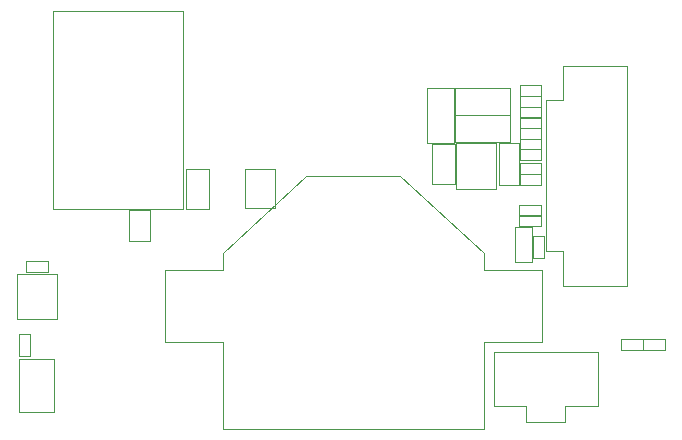
<source format=gbr>
%TF.GenerationSoftware,KiCad,Pcbnew,8.99.0-unknown-7a4b3602b9~181~ubuntu24.04.1*%
%TF.CreationDate,2024-12-15T13:41:47-05:00*%
%TF.ProjectId,nRF54L_ePaper,6e524635-344c-45f6-9550-617065722e6b,rev?*%
%TF.SameCoordinates,Original*%
%TF.FileFunction,Other,User*%
%FSLAX46Y46*%
G04 Gerber Fmt 4.6, Leading zero omitted, Abs format (unit mm)*
G04 Created by KiCad (PCBNEW 8.99.0-unknown-7a4b3602b9~181~ubuntu24.04.1) date 2024-12-15 13:41:47*
%MOMM*%
%LPD*%
G01*
G04 APERTURE LIST*
%ADD10C,0.050000*%
G04 APERTURE END LIST*
D10*
%TO.C,R7*%
X101270000Y-60230000D02*
X103130000Y-60230000D01*
X101270000Y-61170000D02*
X101270000Y-60230000D01*
X103130000Y-60230000D02*
X103130000Y-61170000D01*
X103130000Y-61170000D02*
X101270000Y-61170000D01*
%TO.C,R9*%
X151660000Y-66830000D02*
X153520000Y-66830000D01*
X151660000Y-67770000D02*
X151660000Y-66830000D01*
X153520000Y-66830000D02*
X153520000Y-67770000D01*
X153520000Y-67770000D02*
X151660000Y-67770000D01*
%TO.C,R8*%
X100730000Y-66370000D02*
X101670000Y-66370000D01*
X100730000Y-68230000D02*
X100730000Y-66370000D01*
X101670000Y-66370000D02*
X101670000Y-68230000D01*
X101670000Y-68230000D02*
X100730000Y-68230000D01*
%TO.C,C23*%
X143065000Y-55465000D02*
X144885000Y-55465000D01*
X143065000Y-56385000D02*
X143065000Y-55465000D01*
X144885000Y-55465000D02*
X144885000Y-56385000D01*
X144885000Y-56385000D02*
X143065000Y-56385000D01*
%TO.C,D1*%
X135225000Y-45525000D02*
X137525000Y-45525000D01*
X135225000Y-50225000D02*
X135225000Y-45525000D01*
X135225000Y-50225000D02*
X137525000Y-50225000D01*
X137525000Y-45525000D02*
X137525000Y-50225000D01*
%TO.C,J2*%
X145300000Y-46600000D02*
X145300000Y-59400000D01*
X145300000Y-59400000D02*
X146800000Y-59400000D01*
X146800000Y-43700000D02*
X146800000Y-46600000D01*
X146800000Y-46600000D02*
X145300000Y-46600000D01*
X146800000Y-59400000D02*
X146800000Y-62300000D01*
X146800000Y-62300000D02*
X152200000Y-62300000D01*
X152200000Y-43700000D02*
X146800000Y-43700000D01*
X152200000Y-62300000D02*
X152200000Y-43700000D01*
%TO.C,C14*%
X143090000Y-46240000D02*
X144910000Y-46240000D01*
X143090000Y-47160000D02*
X143090000Y-46240000D01*
X144910000Y-46240000D02*
X144910000Y-47160000D01*
X144910000Y-47160000D02*
X143090000Y-47160000D01*
%TO.C,JP1*%
X119850000Y-55750000D02*
X119850000Y-52450000D01*
X119850000Y-55750000D02*
X122350000Y-55750000D01*
X122350000Y-52450000D02*
X119850000Y-52450000D01*
X122350000Y-52450000D02*
X122350000Y-55750000D01*
%TO.C,D3*%
X137600000Y-45550000D02*
X142300000Y-45550000D01*
X137600000Y-47850000D02*
X137600000Y-45550000D01*
X142300000Y-47850000D02*
X137600000Y-47850000D01*
X142300000Y-47850000D02*
X142300000Y-45550000D01*
%TO.C,C24*%
X143065000Y-56340000D02*
X144885000Y-56340000D01*
X143065000Y-57260000D02*
X143065000Y-56340000D01*
X144885000Y-56340000D02*
X144885000Y-57260000D01*
X144885000Y-57260000D02*
X143065000Y-57260000D01*
%TO.C,C20*%
X143090000Y-50740000D02*
X144910000Y-50740000D01*
X143090000Y-51660000D02*
X143090000Y-50740000D01*
X144910000Y-50740000D02*
X144910000Y-51660000D01*
X144910000Y-51660000D02*
X143090000Y-51660000D01*
%TO.C,R1*%
X144230000Y-58070000D02*
X145170000Y-58070000D01*
X144230000Y-59930000D02*
X144230000Y-58070000D01*
X145170000Y-58070000D02*
X145170000Y-59930000D01*
X145170000Y-59930000D02*
X144230000Y-59930000D01*
%TO.C,C15*%
X143090000Y-47140000D02*
X144910000Y-47140000D01*
X143090000Y-48060000D02*
X143090000Y-47140000D01*
X144910000Y-47140000D02*
X144910000Y-48060000D01*
X144910000Y-48060000D02*
X143090000Y-48060000D01*
%TO.C,R3*%
X142670000Y-57320000D02*
X144130000Y-57320000D01*
X142670000Y-60280000D02*
X142670000Y-57320000D01*
X144130000Y-57320000D02*
X144130000Y-60280000D01*
X144130000Y-60280000D02*
X142670000Y-60280000D01*
%TO.C,C22*%
X143090000Y-51940000D02*
X144910000Y-51940000D01*
X143090000Y-52860000D02*
X143090000Y-51940000D01*
X144910000Y-51940000D02*
X144910000Y-52860000D01*
X144910000Y-52860000D02*
X143090000Y-52860000D01*
%TO.C,C19*%
X143090000Y-49840000D02*
X144910000Y-49840000D01*
X143090000Y-50760000D02*
X143090000Y-49840000D01*
X144910000Y-49840000D02*
X144910000Y-50760000D01*
X144910000Y-50760000D02*
X143090000Y-50760000D01*
%TO.C,R10*%
X153560000Y-66830000D02*
X155420000Y-66830000D01*
X153560000Y-67770000D02*
X153560000Y-66830000D01*
X155420000Y-66830000D02*
X155420000Y-67770000D01*
X155420000Y-67770000D02*
X153560000Y-67770000D01*
%TO.C,BT1*%
X113050000Y-60950000D02*
X113050000Y-67050000D01*
X117950000Y-59550000D02*
X117950000Y-60950000D01*
X117950000Y-60950000D02*
X113050000Y-60950000D01*
X117950000Y-67050000D02*
X113050000Y-67050000D01*
X117950000Y-74450000D02*
X117950000Y-67050000D01*
X125000000Y-53000000D02*
X117950000Y-59550000D01*
X133000000Y-53000000D02*
X125000000Y-53000000D01*
X140050000Y-59550000D02*
X133000000Y-53000000D01*
X140050000Y-59550000D02*
X140050000Y-60950000D01*
X140050000Y-74450000D02*
X117950000Y-74450000D01*
X140050000Y-74450000D02*
X140050000Y-67050000D01*
X144950000Y-60950000D02*
X140050000Y-60950000D01*
X144950000Y-67050000D02*
X140050000Y-67050000D01*
X144950000Y-67050000D02*
X144950000Y-60950000D01*
%TO.C,D4*%
X100740000Y-68470000D02*
X103660000Y-68470000D01*
X100740000Y-73030000D02*
X100740000Y-68470000D01*
X103660000Y-68470000D02*
X103660000Y-73030000D01*
X103660000Y-73030000D02*
X100740000Y-73030000D01*
%TO.C,Q2*%
X100500000Y-61280000D02*
X100500000Y-65120000D01*
X100500000Y-65120000D02*
X103900000Y-65120000D01*
X103900000Y-61280000D02*
X100500000Y-61280000D01*
X103900000Y-65120000D02*
X103900000Y-61280000D01*
%TO.C,C18*%
X143090000Y-48940000D02*
X144910000Y-48940000D01*
X143090000Y-49860000D02*
X143090000Y-48940000D01*
X144910000Y-48940000D02*
X144910000Y-49860000D01*
X144910000Y-49860000D02*
X143090000Y-49860000D01*
%TO.C,D2*%
X137605000Y-47850000D02*
X142305000Y-47850000D01*
X137605000Y-50150000D02*
X137605000Y-47850000D01*
X142305000Y-50150000D02*
X137605000Y-50150000D01*
X142305000Y-50150000D02*
X142305000Y-47850000D01*
%TO.C,C17*%
X143090000Y-48040000D02*
X144910000Y-48040000D01*
X143090000Y-48960000D02*
X143090000Y-48040000D01*
X144910000Y-48040000D02*
X144910000Y-48960000D01*
X144910000Y-48960000D02*
X143090000Y-48960000D01*
%TO.C,SW5*%
X140900000Y-67950000D02*
X149700000Y-67950000D01*
X140900000Y-72500000D02*
X140900000Y-67950000D01*
X143650000Y-72500000D02*
X140900000Y-72500000D01*
X143650000Y-73800000D02*
X143650000Y-72500000D01*
X146950000Y-72500000D02*
X146950000Y-73800000D01*
X146950000Y-73800000D02*
X143650000Y-73800000D01*
X149700000Y-67950000D02*
X149700000Y-72500000D01*
X149700000Y-72500000D02*
X146950000Y-72500000D01*
%TO.C,C1*%
X114820000Y-52400000D02*
X116780000Y-52400000D01*
X114820000Y-55800000D02*
X114820000Y-52400000D01*
X116780000Y-52400000D02*
X116780000Y-55800000D01*
X116780000Y-55800000D02*
X114820000Y-55800000D01*
%TO.C,C21*%
X143090000Y-52840000D02*
X144910000Y-52840000D01*
X143090000Y-53760000D02*
X143090000Y-52840000D01*
X144910000Y-52840000D02*
X144910000Y-53760000D01*
X144910000Y-53760000D02*
X143090000Y-53760000D01*
%TO.C,Y2*%
X110000000Y-55875000D02*
X110000000Y-58475000D01*
X110000000Y-58475000D02*
X111800000Y-58475000D01*
X111800000Y-55875000D02*
X110000000Y-55875000D01*
X111800000Y-58475000D02*
X111800000Y-55875000D01*
%TO.C,C13*%
X143090000Y-45340000D02*
X144910000Y-45340000D01*
X143090000Y-46260000D02*
X143090000Y-45340000D01*
X144910000Y-45340000D02*
X144910000Y-46260000D01*
X144910000Y-46260000D02*
X143090000Y-46260000D01*
%TO.C,C2*%
X135650000Y-50290000D02*
X137610000Y-50290000D01*
X135650000Y-53690000D02*
X135650000Y-50290000D01*
X137610000Y-50290000D02*
X137610000Y-53690000D01*
X137610000Y-53690000D02*
X135650000Y-53690000D01*
%TO.C,Q1*%
X137687500Y-50230000D02*
X137687500Y-54070000D01*
X137687500Y-54070000D02*
X141087500Y-54070000D01*
X141087500Y-50230000D02*
X137687500Y-50230000D01*
X141087500Y-54070000D02*
X141087500Y-50230000D01*
%TO.C,U1*%
X103600000Y-55800000D02*
X114600000Y-55800000D01*
X114600000Y-39000000D01*
X103600000Y-39000000D01*
X103600000Y-55800000D01*
%TO.C,L4*%
X141350000Y-50250000D02*
X143050000Y-50250000D01*
X141350000Y-53750000D02*
X141350000Y-50250000D01*
X143050000Y-50250000D02*
X143050000Y-53750000D01*
X143050000Y-53750000D02*
X141350000Y-53750000D01*
%TD*%
M02*

</source>
